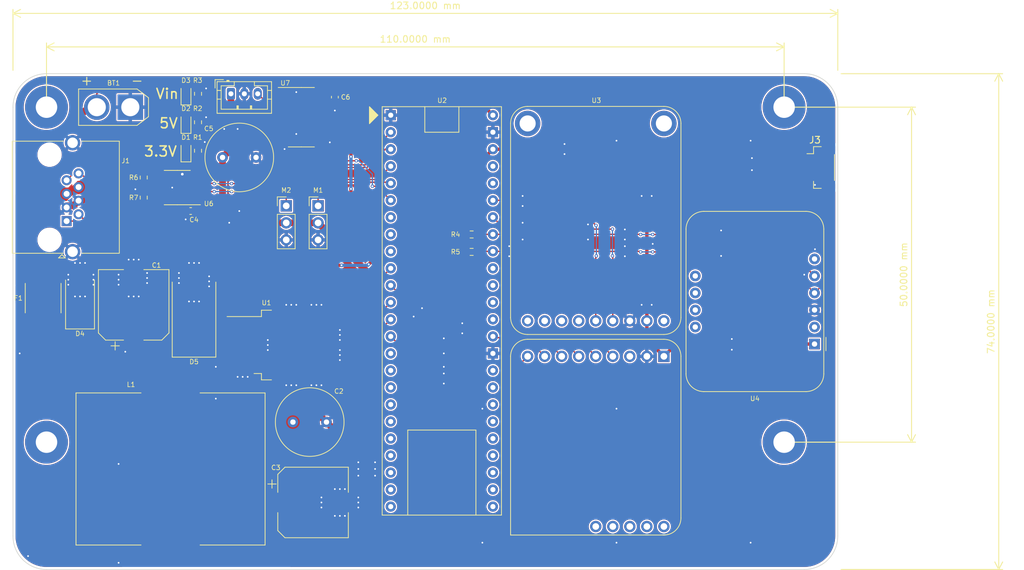
<source format=kicad_pcb>
(kicad_pcb (version 20211014) (generator pcbnew)
  (layers (0 "F.Cu" signal) (31 "B.Cu" signal) (34 "B.Paste" user) (35 "F.Paste" user) (36 "B.SilkS" user "B.Silkscreen") (37 "F.SilkS" user "F.Silkscreen") (38 "B.Mask" user) (39 "F.Mask" user) (44 "Edge.Cuts" user))
  (net 0 "")
  (net 1 "GND")
  (net 2 "+24V")
  (net 3 "Net-(C1-Pad1)")
  (net 4 "+5V")
  (net 5 "+3V3")
  (net 6 "Net-(D5-Pad1)")
  (net 7 "Net-(D2-Pad1)")
  (net 8 "Net-(D1-Pad1)")
  (net 9 "Net-(D3-Pad1)")
  (net 10 "/RX_P")
  (net 11 "/RX_N")
  (net 12 "/TX_N")
  (net 13 "/TX_P")
  (net 14 "Net-(J2-Pad3)")
  (net 15 "/SRV1_PWM")
  (net 16 "/SRV2_PWM")
  (net 17 "/SCL")
  (net 18 "/SDA")
  (net 19 "/COMP_TX")
  (net 20 "/COMP_RX")
  (net 21 "/ARGB_DATA")
  (net 25 "/COMMS_RST")
  (net 26 "/COMMS_G0")
  (net 27 "/COMMS_CS")
  (net 28 "/MOSI")
  (net 29 "/MISO")
  (net 31 "/SCK")
  (net 36 "/GPS_RX")
  (net 37 "/GPS_TX")
  (footprint "ASTRA_Footprints:Teensy4.1" (layer "F.Cu") (at 85.0625 98.385)
    (fp_text reference "U2")
    (fp_text value "Teensy_4.1")
  )
  (footprint "Capacitor_THT:C_Radial_D10.0mm_H12.5mm_P5.00mm" (layer "F.Cu") (at 61.25 45)
    (fp_text reference "C5")
    (fp_text value "1m")
  )
  (footprint "Package_SO:SOIC-8_3.9x4.9mm_P1.27mm" (layer "F.Cu") (at 54.5 49.5 180)
    (fp_text reference "U6")
    (fp_text value "MAX3488E")
  )
  (footprint "LED_SMD:LED_0603_1608Metric_Pad1.05x0.95mm_HandSolder" (layer "F.Cu") (at 55.8 39.75 90)
    (fp_text reference "D2")
    (fp_text value "G")
  )
  (footprint "LED_SMD:LED_0603_1608Metric_Pad1.05x0.95mm_HandSolder" (layer "F.Cu") (at 55.8 44 90)
    (fp_text reference "D1")
    (fp_text value "G")
  )
  (footprint "Package_TO_SOT_SMD:TO-263-5_TabPin3" (layer "F.Cu") (at 70 73)
    (fp_text reference "U1")
    (fp_text value "LM2576HVS-5")
  )
  (footprint "Capacitor_SMD:CP_Elec_10x10" (layer "F.Cu") (at 48 67 90)
    (fp_text reference "C1")
    (fp_text value "100u")
  )
  (footprint "Connector_PinHeader_2.54mm:PinHeader_1x03_P2.54mm_Vertical" (layer "F.Cu") (at 75.5 52.225)
    (fp_text reference "M1")
    (fp_text value "Motor_Servo")
  )
  (footprint "MountingHole:MountingHole_3.2mm_M3_Pad" (layer "F.Cu") (at 35 87.5)
    (fp_text reference "H1" hide)
    (fp_text value "MountingHole_Pad")
  )
  (footprint "Resistor_SMD:R_0603_1608Metric" (layer "F.Cu") (at 49.5 51 90)
    (fp_text reference "R7")
    (fp_text value "120")
  )
  (footprint "MountingHole:MountingHole_3.2mm_M3_Pad" (layer "F.Cu") (at 145 37.5)
    (fp_text reference "H2" hide)
    (fp_text value "MountingHole_Pad")
  )
  (footprint "Resistor_SMD:R_0603_1608Metric" (layer "F.Cu") (at 98.4 56.5)
    (fp_text reference "R4")
    (fp_text value "10k")
  )
  (footprint "ASTRA_Footprints:Adafruit_GPS_Breakout" (layer "F.Cu") (at 116.91 71.423)
    (fp_text reference "U3")
    (fp_text value "Adafruit_GPS_V3")
  )
  (footprint "Capacitor_THT:C_Radial_D10.0mm_H12.5mm_P5.00mm" (layer "F.Cu") (at 71.75 84.5)
    (fp_text reference "C2")
    (fp_text value "1m")
  )
  (footprint "Capacitor_SMD:C_0603_1608Metric" (layer "F.Cu") (at 56.5 53)
    (fp_text reference "C4")
    (fp_text value "100n")
  )
  (footprint "Fuse:Fuse_2920_7451Metric_Pad2.10x5.45mm_HandSolder" (layer "F.Cu") (at 34.5 66 90)
    (fp_text reference "F1")
    (fp_text value "Polyfuse")
  )
  (footprint "Connector_JST:JST_PH_B3B-PH-K_1x03_P2.00mm_Vertical" (layer "F.Cu") (at 62.5 35.5)
    (fp_text reference "J2" hide)
    (fp_text value "ARGB_Header")
  )
  (footprint "GS_Library:Adafruit_BNO055" (layer "F.Cu") (at 149.5325 66.5 180)
    (fp_text reference "U4")
    (fp_text value "BNO055_Adafruit_Breakout")
  )
  (footprint "Resistor_SMD:R_0603_1608Metric" (layer "F.Cu") (at 49.5 48 -90)
    (fp_text reference "R6")
    (fp_text value "120")
  )
  (footprint "Connector_JST:JST_SH_BM04B-SRSS-TB_1x04-1MP_P1.00mm_Vertical" (layer "F.Cu") (at 150.5 46.5 -90)
    (fp_text reference "J3")
    (fp_text value "QWIIC_Generic_Conn")
  )
  (footprint "Resistor_SMD:R_0603_1608Metric" (layer "F.Cu") (at 57.6 35.5 90)
    (fp_text reference "R3")
    (fp_text value "3.3k")
  )
  (footprint "Resistor_SMD:R_0603_1608Metric" (layer "F.Cu") (at 57.6 44 90)
    (fp_text reference "R1")
    (fp_text value "10")
  )
  (footprint "Connector_PinHeader_2.54mm:PinHeader_1x03_P2.54mm_Vertical" (layer "F.Cu") (at 70.75 52.225)
    (fp_text reference "M2")
    (fp_text value "Motor_Servo")
  )
  (footprint "Package_SO:SOIC-14_3.9x8.7mm_P1.27mm" (layer "F.Cu") (at 73 39)
    (fp_text reference "U7")
    (fp_text value "SN74AHCT125D")
  )
  (footprint "Connector_RJ:RJ45_Amphenol_RJHSE5380" (layer "F.Cu") (at 38 54.5 90)
    (fp_text reference "J1")
    (fp_text value "RJ45_Shielded_Labelled")
  )
  (footprint "Capacitor_SMD:CP_Elec_10x10" (layer "F.Cu") (at 74.75 96.5)
    (fp_text reference "C3")
    (fp_text value "100u")
  )
  (footprint "ASTRA_Footprints:Adafruit_RFM95W" (layer "F.Cu") (at 127.07 74.6875 -90)
    (fp_text reference "U5" hide)
    (fp_text value "RFM95W_Adafruit_Breakout")
  )
  (footprint "LED_SMD:LED_0603_1608Metric_Pad1.05x0.95mm_HandSolder" (layer "F.Cu") (at 55.8 35.5 90)
    (fp_text reference "D3")
    (fp_text value "G")
  )
  (footprint "Connector_AMASS:AMASS_XT30U-M_1x02_P5.0mm_Vertical" (layer "F.Cu") (at 47.5 37.5 180)
    (fp_text reference "BT1")
    (fp_text value "DNP")
  )
  (footprint "MountingHole:MountingHole_3.2mm_M3_Pad" (layer "F.Cu") (at 145 87.5)
    (fp_text reference "H4" hide)
    (fp_text value "MountingHole_Pad")
  )
  (footprint "MountingHole:MountingHole_3.2mm_M3_Pad" (layer "F.Cu") (at 35 37.5)
    (fp_text reference "H3" hide)
    (fp_text value "MountingHole_Pad")
  )
  (footprint "GS_Library:L_Wuerth_HCF-2920" (layer "F.Cu") (at 53.5 91.5 -90)
    (fp_text reference "L1")
    (fp_text value "L")
  )
  (footprint "Diode_SMD:D_SMB_Handsoldering" (layer "F.Cu") (at 40 66 90)
    (fp_text reference "D4")
    (fp_text value "D_Zener")
  )
  (footprint "Diode_SMD:D_SMC_Handsoldering" (layer "F.Cu") (at 57 68 90)
    (fp_text reference "D5")
    (fp_text value "D_Schottky")
  )
  (footprint "Resistor_SMD:R_0603_1608Metric" (layer "F.Cu") (at 57.6 39.75 90)
    (fp_text reference "R2")
    (fp_text value "180")
  )
  (footprint "Capacitor_SMD:C_0603_1608Metric" (layer "F.Cu") (at 78 36 90)
    (fp_text reference "C6")
    (fp_text value "100n")
  )
  (footprint "Resistor_SMD:R_0603_1608Metric" (layer "F.Cu") (at 98.4 59.1)
    (fp_text reference "R5")
    (fp_text value "10k")
  )
  (gr_arc (start 35 106.5) (mid 31.464466 105.035534) (end 30 101.5) (layer "Edge.Cuts") (width 0.1))
  (gr_arc (start 30 37.5) (mid 31.464466 33.964466) (end 35 32.5) (layer "Edge.Cuts") (width 0.1))
  (gr_arc (start 148 32.5) (mid 151.535534 33.964466) (end 153 37.5) (layer "Edge.Cuts") (width 0.1))
  (gr_arc (start 153 101.5) (mid 151.535534 105.035534) (end 148 106.5) (layer "Edge.Cuts") (width 0.1))
  (gr_line (start 35 32.5) (end 148 32.5) (layer "Edge.Cuts") (width 0.1))
  (gr_line (start 30 101.5) (end 30 37.5) (layer "Edge.Cuts") (width 0.1))
  (gr_line (start 153 37.5) (end 153 101.5) (layer "Edge.Cuts") (width 0.1))
  (gr_line (start 148 106.5) (end 35 106.5) (layer "Edge.Cuts") (width 0.1))
  (gr_text "5V" (at 53.2 39.9) (layer "F.SilkS") (effects (font (size 1.5 1.5) (thickness 0.225))))
  (gr_text "3.3V" (at 52 44.1) (layer "F.SilkS") (effects (font (size 1.5 1.5) (thickness 0.225))))
  (gr_text "Vin" (at 53 35.5) (layer "F.SilkS") (effects (font (size 1.5 1.5) (thickness 0.225))))
  (dimension (type aligned) (layer "F.SilkS") (pts (xy 145 37.5) (xy 35 37.5)) (height 8.999999) (gr_text "110.0000 mm" (at 90 27.350001) (layer "F.SilkS") (effects (font (size 1 1) (thickness 0.15)))) (format (units 3) (units_format 1) (precision 4)) (style (thickness 0.15) (arrow_length 1.27) (text_position_mode 0) (extension_height 0.58642) (extension_offset 0.5) keep_text_aligned))
  (dimension (type aligned) (layer "F.SilkS") (pts (xy 153 32.5) (xy 153 106.5)) (height -24) (gr_text "74.0000 mm" (at 175.85 69.5 90) (layer "F.SilkS") (effects (font (size 1 1) (thickness 0.15)))) (format (units 3) (units_format 1) (precision 4)) (style (thickness 0.15) (arrow_length 1.27) (text_position_mode 0) (extension_height 0.58642) (extension_offset 0.5) keep_text_aligned))
  (dimension (type aligned) (layer "F.SilkS") (pts (xy 145 37.5) (xy 145 87.5)) (height -19) (gr_text "50.0000 mm" (at 162.85 62.5 90) (layer "F.SilkS") (effects (font (size 1 1) (thickness 0.15)))) (format (units 3) (units_format 1) (precision 4)) (style (thickness 0.15) (arrow_length 1.27) (text_position_mode 0) (extension_height 0.58642) (extension_offset 0.5) keep_text_aligned))
  (dimension (type aligned) (layer "F.SilkS") (pts (xy 30 32.5) (xy 153 32.5)) (height -9) (gr_text "123.0000 mm" (at 91.5 22.35) (layer "F.SilkS") (effects (font (size 1 1) (thickness 0.15)))) (format (units 3) (units_format 1) (precision 4)) (style (thickness 0.15) (arrow_length 1.27) (text_position_mode 0) (extension_height 0.58642) (extension_offset 0.5) keep_text_aligned))
  (segment (start 39.78 51.452) (end 40.298 51.452) (width 1) (layer "F.Cu") (net 1))
  (segment (start 38.266 52.202) (end 38 52.468) (width 1) (layer "F.Cu") (net 1))
  (segment (start 78.75 86.5) (end 76.75 84.5) (width 1) (layer "F.Cu") (net 1))
  (segment (start 47.7 63.3) (end 48 63) (width 1) (layer "F.Cu") (net 1))
  (segment (start 73.375 73) (end 73.375 81.125) (width 1) (layer "F.Cu") (net 1))
  (segment (start 70.6 63.6) (end 73.375 66.375) (width 1) (layer "F.Cu") (net 1))
  (segment (start 73.375 81.125) (end 76.75 84.5) (width 1) (layer "F.Cu") (net 1))
  (segment (start 40.298 51.452) (end 40.75 51) (width 1) (layer "F.Cu") (net 1))
  (segment (start 78.75 96.5) (end 78.75 86.5) (width 1) (layer "F.Cu") (net 1))
  (segment (start 73.375 66.375) (end 73.375 73) (width 1) (layer "F.Cu") (net 1))
  (segment (start 57 63.6) (end 70.6 63.6) (width 1) (layer "F.Cu") (net 1))
  (segment (start 39.78 51.452) (end 39.03 52.202) (width 1) (layer "F.Cu") (net 1))
  (segment (start 39.03 52.202) (end 38.266 52.202) (width 1) (layer "F.Cu") (net 1))
  (segment (start 40 63.3) (end 47.7 63.3) (width 1) (layer "F.Cu") (net 1))
  (segment (start 56.4 63) (end 57 63.6) (width 1) (layer "F.Cu") (net 1))
  (segment (start 48 63) (end 56.4 63) (width 1) (layer "F.Cu") (net 1))
  (via (at 48.75 60.25) (size 0.508) (drill 0.254) (layers "F.Cu" "B.Cu") (net 1))
  (via (at 120 102.5) (size 0.508) (drill 0.254) (layers "F.Cu" "B.Cu") (net 1))
  (via (at 42 64) (size 0.508) (drill 0.254) (layers "F.Cu" "B.Cu") (net 1))
  (via (at 135.6 55.9) (size 0.508) (drill 0.254) (layers "F.Cu" "B.Cu") (net 1))
  (via (at 75.25 79) (size 0.508) (drill 0.254) (layers "F.Cu" "B.Cu") (net 1))
  (via (at 78.75 98.5) (size 0.508) (drill 0.254) (layers "F.Cu" "B.Cu") (net 1))
  (via (at 148 62.5) (size 0.508) (drill 0.254) (layers "F.Cu" "B.Cu") (net 1))
  (via (at 79.5 94.5) (size 0.508) (drill 0.254) (layers "F.Cu" "B.Cu") (net 1))
  (via (at 32.25 104.5) (size 0.508) (drill 0.254) (layers "F.Cu" "B.Cu") (net 1))
  (via (at 76 97.25) (size 0.508) (drill 0.254) (layers "F.Cu" "B.Cu") (net 1))
  (via (at 94.25 78.75) (size 0.508) (drill 0.254) (layers "F.Cu" "B.Cu") (net 1))
  (via (at 57.75 60.75) (size 0.508) (drill 0.254) (layers "F.Cu" "B.Cu") (net 1))
  (via (at 94.25 72) (size 0.508) (drill 0.254) (layers "F.Cu" "B.Cu") (net 1))
  (via (at 70.5 43.75) (size 0.508) (drill 0.254) (layers "F.Cu" "B.Cu") (net 1))
  (via (at 81.5 90.5) (size 0.508) (drill 0.254) (layers "F.Cu" "B.Cu") (net 1))
  (via (at 45.75 62.5) (size 0.508) (drill 0.254) (layers "F.Cu" "B.Cu") (net 1))
  (via (at 112.25 43) (size 0.508) (drill 0.254) (layers "F.Cu" "B.Cu") (net 1))
  (via (at 140 102.5) (size 0.508) (drill 0.254) (layers "F.Cu" "B.Cu") (net 1))
  (via (at 120 42.5) (size 0.508) (drill 0.254) (layers "F.Cu" "B.Cu") (net 1))
  (via (at 78.75 74.5) (size 0.508) (drill 0.254) (layers "F.Cu" "B.Cu") (net 1))
  (via (at 120 82.5) (size 0.508) (drill 0.254) (layers "F.Cu" "B.Cu") (net 1))
  (via (at 48 65.75) (size 0.508) (drill 0.254) (layers "F.Cu" "B.Cu") (net 1))
  (via (at 70.75 79) (size 0.508) (drill 0.254) (layers "F.Cu" "B.Cu") (net 1))
  (via (at 54.75 63) (size 0.508) (drill 0.254) (layers "F.Cu" "B.Cu") (net 1))
  (via (at 94.25 74.25) (size 0.508) (drill 0.254) (layers "F.Cu" "B.Cu") (net 1))
  (via (at 57.75 66.5) (size 0.508) (drill 0.254) (layers "F.Cu" "B.Cu") (net 1))
  (via (at 58.8 39) (size 0.508) (drill 0.254) (layers "F.Cu" "B.Cu") (net 1))
  (via (at 68 73.75) (size 0.508) (drill 0.254) (layers "F.Cu" "B.Cu") (net 1))
  (via (at 106 50.75) (size 0.508) (drill 0.254) (layers "F.Cu" "B.Cu") (net 1))
  (via (at 56.25 60.75) (size 0.508) (drill 0.254) (layers "F.Cu" "B.Cu") (net 1))
  (via (at 48.25 49.75) (size 0.508) (drill 0.254) (layers "F.Cu" "B.Cu") (net 1))
  (via (at 121.25 55.75) (size 0.508) (drill 0.254) (layers "F.Cu" "B.Cu") (net 1))
  (via (at 31 74.25) (size 0.508) (drill 0.254) (layers "F.Cu" "B.Cu") (net 1))
  (via (at 137.2 73.7) (size 0.508) (drill 0.254) (layers "F.Cu" "B.Cu") (net 1))
  (via (at 81.5 96.5) (size 0.508) (drill 0.254) (layers "F.Cu" "B.Cu") (net 1))
  (via (at 71.5 79) (size 0.508) (drill 0.254) (layers "F.Cu" "B.Cu") (net 1))
  (via (at 135.6 59.7) (size 0.508) (drill 0.254) (layers "F.Cu" "B.Cu") (net 1))
  (via (at 47.25 65.75) (size 0.508) (drill 0.254) (layers "F.Cu" "B.Cu") (net 1))
  (via (at 115.75 57.25) (size 0.508) (drill 0.254) (layers "F.Cu" "B.Cu") (net 1))
  (via (at 84 92.5) (size 0.508) (drill 0.254) (layers "F.Cu" "B.Cu") (net 1))
  (via (at 55.75 54.25) (size 0.508) (drill 0.254) (layers "F.Cu" "B.Cu") (net 1))
  (via (at 45.75 64) (size 0.508) (drill 0.254) (layers "F.Cu" "B.Cu") (net 1))
  (via (at 140 42.5) (size 0.508) (drill 0.254) (layers "F.Cu" "B.Cu") (net 1))
  (via (at 42 63.25) (size 0.508) (drill 0.254) (layers "F.Cu" "B.Cu") (net 1))
  (via (at 54.75 62.25) (size 0.508) (drill 0.254) (layers "F.Cu" "B.Cu") (net 1))
  (via (at 40 60.75) (size 0.508) (drill 0.254) (layers "F.Cu" "B.Cu") (net 1))
  (via (at 62.25 54.75) (size 0.508) (drill 0.254) (layers "F.Cu" "B.Cu") (net 1))
  (via (at 106 57.25) (size 0.508) (drill 0.254) (layers "F.Cu" "B.Cu") (net 1))
  (via (at 47.25 60.25) (size 0.508) (drill 0.254) (layers "F.Cu" "B.Cu") (net 1))
  (via (at 39.25 65.75) (size 0.508) (drill 0.254) (layers "F.Cu" "B.Cu") (net 1))
  (via (at 84 90.5) (size 0.508) (drill 0.254) (layers "F.Cu" "B.Cu") (net 1))
  (via (at 79.5 98.5) (size 0.508) (drill 0.254) (layers "F.Cu" "B.Cu") (net 1))
  (via (at 149.6 49.1) (size 0.508) (drill 0.254) (layers "F.Cu" "B.Cu") (net 1))
  (via (at 78 94.5) (size 0.508) (drill 0.254) (layers "F.Cu" "B.Cu") (net 1))
  (via (at 59.25 62.75) (size 0.508) (drill 0.254) (layers "F.Cu" "B.Cu") (net 1))
  (via (at 104 59.75) (size 0.508) (drill 0.254) (layers "F.Cu" "B.Cu") (net 1))
  (via (at 50 62.25) (size 0.508) (drill 0.254) (layers "F.Cu" "B.Cu") (net 1))
  (via (at 75.25 67) (size 0.508) (drill 0.254) (layers "F.Cu" "B.Cu") (net 1))
  (via (at 84 91.5) (size 0.508) (drill 0.254) (layers "F.Cu" "B.Cu") (net 1))
  (via (at 60.25 76.25) (size 0.508) (drill 0.254) (layers "F.Cu" "B.Cu") (net 1))
  (via (at 40.75 60.75) (size 0.508) (drill 0.254) (layers "F.Cu" "B.Cu") (net 1))
  (via (at 63.75 53) (size 0.508) (drill 0.254) (layers "F.Cu" "B.Cu") (net 1))
  (via (at 63.5 77.75) (size 0.508) (drill 0.254) (layers "F.Cu" "B.Cu") (net 1))
  (via (at 94.25 77.25) (size 0.508) (drill 0.254) (layers "F.Cu" "B.Cu") (net 1))
  (via (at 50 63) (size 0.508) (drill 0.254) (layers "F.Cu" "B.Cu") (net 1))
  (via (at 38.25 62.5) (size 0.508) (drill 0.254) (layers "F.Cu" "B.Cu") (net 1))
  (via (at 100 82.5) (size 0.508) (drill 0.254) (layers "F.Cu" "B.Cu") (net 1))
  (via (at 74.5 67) (size 0.508) (drill 0.254) (layers "F.Cu" "B.Cu") (net 1))
  (via (at 78.75 94.5) (size 0.508) (drill 0.254) (layers "F.Cu" "B.Cu") (net 1))
  (via (at 140.2 45.1) (size 0.508) (drill 0.254) (layers "F.Cu" "B.Cu") (net 1))
  (via (at 100 102.5) (size 0.508) (drill 0.254) (layers "F.Cu" "B.Cu") (net 1))
  (via (at 125.25 67) (size 0.508) (drill 0.254) (layers "F.Cu" "B.Cu") (net 1))
  (via (at 71.5 67) (size 0.508) (drill 0.254) (layers "F.Cu" "B.Cu") (net 1))
  (via (at 45.75 63.25) (size 0.508) (drill 0.254) (layers "F.Cu" "B.Cu") (net 1))
  (via (at 78.75 70.75) (size 0.508) (drill 0.254) (layers "F.Cu" "B.Cu") (net 1))
  (via (at 38.25 63.25) (size 0.508) (drill 0.254) (layers "F.Cu" "B.Cu") (net 1))
  (via (at 55.25 47.5) (size 0.8) (drill 0.4) (layers "F.Cu" "B.Cu") (net 1))
  (via (at 78.75 72.25) (size 0.508) (drill 0.254) (layers "F.Cu" "B.Cu") (net 1))
  (via (at 76 95.75) (size 0.508) (drill 0.254) (layers "F.Cu" "B.Cu") (net 1))
  (via (at 78 98.5) (size 0.508) (drill 0.254) (layers "F.Cu" "B.Cu") (net 1))
  (via (at 40 65.75) (size 0.508) (drill 0.254) (layers "F.Cu" "B.Cu") (net 1))
  (via (at 48 60.25) (size 0.508) (drill 0.254) (layers "F.Cu" "B.Cu") (net 1))
  (via (at 78.75 71.5) (size 0.508) (drill 0.254) (layers "F.Cu" "B.Cu") (net 1))
  (via (at 76 79) (size 0.508) (drill 0.254) (layers "F.Cu" "B.Cu") (net 1))
  (via (at 57 66.5) (size 0.508) (drill 0.254) (layers "F.Cu" "B.Cu") (net 1))
  (via (at 89.75 68.75) (size 0.508) (drill 0.254) (layers "F.Cu" "B.Cu") (net 1))
  (via (at 65 77.75) (size 0.508) (drill 0.254) (layers "F.Cu" "B.Cu") (net 1))
  (via (at 39.25 60.75) (size 0.508) (drill 0.254) (layers "F.Cu" "B.Cu") (net 1))
  (via (at 48.75 65.75) (size 0.508) (drill 0.254) (layers "F.Cu" "B.Cu") (net 1))
  (via (at 106 52.25) (size 0.508) (drill 0.254) (layers "F.Cu" "B.Cu") (net 1))
  (via (at 81.5 97.25) (size 0.508) (drill 0.254) (layers "F.Cu" "B.Cu") (net 1))
  (via (at 58.6 42.7) (size 0.508) (drill 0.254) (layers "F.Cu" "B.Cu") (net 1))
  (via (at 57 60.75) (size 0.508) (drill 0.254) (layers "F.Cu" "B.Cu") (net 1))
  (via (at 125.25 50.75) (size 0.508) (drill 0.254) (layers "F.Cu" "B.Cu") (net 1))
  (via (at 64.25 77.75) (size 0.508) (drill 0.254) (layers "F.Cu" "B.Cu") (net 1))
  (via (at 45.75 105.5) (size 0.508) (drill 0.254) (layers "F.Cu" "B.Cu") (net 1))
  (via (at 121.25 58.25) (size 0.508) (drill 0.254) (layers "F.Cu" "B.Cu") (net 1))
  (via (at 123.75 50.75) (size 0.508) (drill 0.254) (layers "F.Cu" "B.Cu") (net 1))
  (via (at 60.25 81) (size 0.508) (drill 0.254) (layers "F.Cu" "B.Cu") (net 1))
  (via (at 38.25 64) (size 0.508) (drill 0.254) (layers "F.Cu" "B.Cu") (net 1))
  (via (at 63.5 40.75) (size 0.508) (drill 0.254) (layers "F.Cu" "B.Cu") (net 1))
  (via (at 70.75 67) (size 0.508) (drill 0.254) (layers "F.Cu" "B.Cu") (net 1))
  (via (at 77.25 42.75) (size 0.508) (drill 0.254) (layers "F.Cu" "B.Cu") (net 1))
  (via (at 104 58.25) (size 0.508) (drill 0.254) (layers "F.Cu" "B.Cu") (net 1))
  (via (at 59.25 64.25) (size 0.508) (drill 0.254) (layers "F.Cu" "B.Cu") (net 1))
  (via (at 72.25 67) (size 0.508) (drill 0.254) (layers "F.Cu" "B.Cu") (net 1))
  (via (at 97 69.75) (size 0.508) (drill 0.254) (layers "F.Cu" "B.Cu") (net 1))
  (via (at 53.75 49.5) (size 0.508) (drill 0.254) (layers "F.Cu" "B.Cu") (net 1))
  (via (at 59.25 63.5) (size 0.508) (drill 0.254) (layers "F.Cu" "B.Cu") (net 1))
  (via (at 74.5 79) (size 0.508) (drill 0.254) (layers "F.Cu" "B.Cu") (net 1))
  (via (at 149.6 58.7) (size 0.508) (drill 0.254) (layers "F.Cu" "B.Cu") (net 1))
  (via (at 78.75 75.25) (size 0.508) (drill 0.254) (layers "F.Cu" "B.Cu") (net 1))
  (via (at 112.25 44.5) (size 0.508) (drill 0.254) (layers "F.Cu" "B.Cu") (net 1))
  (via (at 115.75 55) (size 0.508) (drill 0.254) (layers "F.Cu" "B.Cu") (net 1))
  (via (at 81.5 95.75) (size 0.508) (drill 0.254) (layers "F.Cu" "B.Cu") (net 1))
  (via (at 50 63.75) (size 0.508) (drill 0.254) (layers "F.Cu" "B.Cu") (net 1))
  (via (at 137.2 72.1) (size 0.508) (drill 0.254) (layers "F.Cu" "B.Cu") (net 1))
  (via (at 61.5 40.75) (size 0.508) (drill 0.254) (layers "F.Cu" "B.Cu") (net 1))
  (via (at 46.75 74) (size 0.508) (drill 0.254) (layers "F.Cu" "B.Cu") (net 1))
  (via (at 72.25 79) (size 0.508) (drill 0.254) (layers "F.Cu" "B.Cu") (net 1))
  (via (at 76 96.5) (size 0.508) (drill 0.254) (layers "F.Cu" "B.Cu") (net 1))
  (via (at 91 67.5) (size 0.508) (drill 0.254) (layers "F.Cu" "B.Cu") (net 1))
  (via (at 72.25 41.5) (size 0.508) (drill 0.254) (layers "F.Cu" "B.Cu") (net 1))
  (via (at 68 73) (size 0.508) (drill 0.254) (layers "F.Cu" "B.Cu") (net 1))
  (via (at 81.5 92.5) (size 0.508) (drill 0.254) (layers "F.Cu" "B.Cu") (net 1))
  (via (at 106 54.75) (size 0.508) (drill 0.254) (layers "F.Cu" "B.Cu") (net 1))
  (via (at 97 71.25) (size 0.508) (drill 0.254) (layers "F.Cu" "B.Cu") (net 1))
  (via (at 42 62.5) (size 0.508) (drill 0.254) (layers "F.Cu" "B.Cu") (net 1))
  (via (at 58.8 34.7) (size 0.508) (drill 0.254) (layers "F.Cu" "B.Cu") (net 1))
  (via (at 72.25 35.25) (size 0.508) (drill 0.254) (layers "F.Cu" "B.Cu") (net 1))
  (via (at 121.25 59.75) (size 0.508) (drill 0.254) (layers "F.Cu" "B.Cu") (net 1))
  (via (at 140.2 46.9) (size 0.508) (drill 0.254) (layers "F.Cu" "B.Cu") (net 1))
  (via (at 40.75 65.75) (size 0.508) (drill 0.254) (layers "F.Cu" "B.Cu") (net 1))
  (via (at 78 38) (size 0.508) (drill 0.254) (layers "F.Cu" "B.Cu") (net 1))
  (via (at 121.25 57.25) (size 0.508) (drill 0.254) (layers "F.Cu" "B.Cu") (net 1))
  (via (at 125.4 57.9) (size 0.508) (drill 0.254) (layers "F.Cu" "B.Cu") (net 1))
  (via (at 45.75 90.75) (size 0.508) (drill 0.254) (layers "F.Cu" "B.Cu") (net 1))
  (via (at 54.75 63.75) (size 0.508) (drill 0.254) (layers "F.Cu" "B.Cu") (net 1))
  (via (at 94.25 76.25) (size 0.508) (drill 0.254) (layers "F.Cu" "B.Cu") (net 1))
  (via (at 123.75 67) (size 0.508) (drill 0.254) (layers "F.Cu" "B.Cu") (net 1))
  (via (at 68 72.25) (size 0.508) (drill 0.254) (layers "F.Cu" "B.Cu") (net 1))
  (via (at 56.25 66.5) (size 0.508) (drill 0.254) (layers "F.Cu" "B.Cu") (net 1))
  (via (at 76 67) (size 0.508) (drill 0.254) (layers "F.Cu" "B.Cu") (net 1))
  (via (at 78.75 73.75) (size 0.508) (drill 0.254) (layers "F.Cu" "B.Cu") (net 1))
  (via (at 81.5 91.5) (size 0.508) (drill 0.254) (layers "F.Cu" "B.Cu") (net 1))
  (segment (start 31.25 50.5) (end 31.314 50.436) (width 1) (layer "F.Cu") (net 2))
  (segment (start 38.266 50.17) (end 38 50.436) (width 1) (layer "F.Cu") (net 2))
  (segment (start 31.314 50.436) (end 38 50.436) (width 1) (layer "F.Cu") (net 2))
  (segment (start 42.5 35.5) (end 42.5 37.5) (width 0.2) (layer "F.Cu") (net 2))
  (segment (start 31.25 44.539973) (end 31.25 50.5) (width 1) (layer "F.Cu") (net 2))
  (segment (start 43.375 34.625) (end 42.5 35.5) (width 0.2) (layer "F.Cu") (net 2))
  (segment (start 33.789973 42) (end 31.25 44.539973) (width 1) (layer "F.Cu") (net 2))
  (segment (start 55.8 34.625) (end 43.375 34.625) (width 0.2) (layer "F.Cu") (net 2))
  (segment (start 41.292197 37.5) (end 36.792197 42) (width 1) (layer "F.Cu") (net 2))
  (segment (start 36.792197 42) (end 33.789973 42) (width 1) (layer "F.Cu") (net 2))
  (segment (start 42.5 37.5) (end 41.292197 37.5) (width 1) (layer "F.Cu") (net 2))
  (segment (start 39.03 50.17) (end 38.266 50.17) (width 1) (layer "F.Cu") (net 2))
  (segment (start 39.78 49.42) (end 39.03 50.17) (width 1) (layer "F.Cu") (net 2))
  (segment (start 62.4 37.7) (end 62.5 37.8) (width 0.2) (layer "F.Cu") (net 4))
  (segment (start 70.75 54.765) (end 63.865 54.765) (width 1) (layer "F.Cu") (net 4))
  (segment (start 64.225 74.7) (end 61.8 74.7) (width 0.2) (layer "F.Cu") (net 4))
  (segment (start 62.5 43.75) (end 61.25 45) (width 1) (layer "F.Cu") (net 4))
  (segment (start 61 82.5) (end 63 84.5) (width 0.2) (layer "F.Cu") (net 4))
  (segment (start 80.4 36.5) (end 99.3775 36.5) (width 0.5) (layer "F.Cu") (net 4))
  (segment (start 75.5 54.765) (end 70.75 54.765) (width 1) (layer "F.Cu") (net 4))
  (segment (start 63 84.5) (end 71.75 84.5) (width 0.2) (layer "F.Cu") (net 4))
  (segment (start 63.865 54.765) (end 61.25 52.15) (width 1) (layer "F.Cu") (net 4))
  (segment (start 75.475 35.19) (end 77.965 35.19) (width 0.5) (layer "F.Cu") (net 4))
  (segment (start 55.8 38.875) (end 56.975 37.7) (width 0.2) (layer "F.Cu") (net 4))
  (segment (start 80.4 44.9) (end 80.4 36.5) (width 0.5) (layer "F.Cu") (net 4))
  (segment (start 79.125 35.225) (end 78 35.225) (width 0.5) (layer "F.Cu") (net 4))
  (segment (start 79.75 103.5) (end 82.75 100.5) (width 1) (layer "F.Cu") (net 4))
  (segment (start 62.5 37.8) (end 62.5 43.75) (width 1) (layer "F.Cu") (net 4))
  (segment (start 77.965 35.19) (end 78 35.225) (width 0.5) (layer "F.Cu") (net 4))
  (segment (start 73 103.5) (end 79.75 103.5) (width 1) (layer "F.Cu") (net 4))
  (segment (start 62.5 35.5) (end 62.5 37.8) (width 1) (layer "F.Cu") (net 4))
  (segment (start 61 75.5) (end 61 82.5) (width 0.2) (layer "F.Cu") (net 4))
  (segment (start 56.975 37.7) (end 62.4 37.7) (width 0.2) (layer "F.Cu") (net 4))
  (segment (start 82.75 100.5) (end 82.75 62.015) (width 1) (layer "F.Cu") (net 4))
  (segment (start 70.75 96.5) (end 70.75 101.25) (width 1) (layer "F.Cu") (net 4))
  (segment (start 80.4 59.665) (end 80.4 49.7) (width 0.5) (layer "F.Cu") (net 4))
  (segment (start 99.3775 36.5) (end 101.5725 38.695) (width 0.5) (layer "F.Cu") (net 4))
  (segment (start 70.75 101.25) (end 73 103.5) (width 1) (layer "F.Cu") (net 4))
  (segment (start 61.8 74.7) (end 61 75.5) (width 0.2) (layer "F.Cu") (net 4))
  (segment (start 80.4 36.5) (end 79.125 35.225) (width 0.5) (layer "F.Cu") (net 4))
  (segment (start 61.25 52.15) (end 61.25 45) (width 1) (layer "F.Cu") (net 4))
  (segment (start 80.4 59.665) (end 75.5 54.765) (width 1) (layer "F.Cu") (net 4))
  (segment (start 82.75 62.015) (end 80.4 59.665) (width 1) (layer "F.Cu") (net 4))
  (via (at 80.4 49.7) (size 0.508) (drill 0.254) (layers "F.Cu" "B.Cu") (net 4))
  (via (at 80.4 44.9) (size 0.508) (drill 0.254) (layers "F.Cu" "B.Cu") (net 4))
  (segment (start 80.4 49.7) (end 80.4 44.9) (width 0.5) (layer "B.Cu") (net 4))
  (segment (start 57.275 51.705) (end 56.975 51.405) (width 0.5) (layer "F.Cu") (net 5))
  (segment (start 54.6 44.3) (end 54.5 44.4) (width 0.2) (layer "F.Cu") (net 5))
  (segment (start 128.9075 72.85) (end 127.07 74.6875) (width 0.5) (layer "F.Cu") (net 5))
  (segment (start 149.175 46) (end 125.5 46) (width 0.5) (layer "F.Cu") (net 5))
  (segment (start 97.575 56.5) (end 97.575 59.1) (width 0.5) (layer "F.Cu") (net 5))
  (segment (start 124.53 45.03) (end 123.275 43.775) (width 0.5) (layer "F.Cu") (net 5))
  (segment (start 54.5 50.75) (end 55.155 51.405) (width 0.2) (layer "F.Cu") (net 5))
  (segment (start 101.5725 43.775) (end 97.575 47.7725) (width 0.5) (layer "F.Cu") (net 5))
  (segment (start 123.275 43.775) (end 101.5725 43.775) (width 0.5) (layer "F.Cu") (net 5))
  (segment (start 55.8 43.125) (end 54.625 44.3) (width 0.2) (layer "F.Cu") (net 5))
  (segment (start 54.5 44.4) (end 54.5 50.75) (width 0.2) (layer "F.Cu") (net 5))
  (segment (start 96.331511 60.343489) (end 83.665207 60.343489) (width 0.5) (layer "F.Cu") (net 5))
  (segment (start 57.275 53) (end 65.375 61.1) (width 0.5) (layer "F.Cu") (net 5))
  (segment (start 124.53 69.391) (end 124.53 45.03) (width 0.5) (layer "F.Cu") (net 5))
  (segment (start 65.375 61.1) (end 79 61.1) (width 0.5) (layer "F.Cu") (net 5))
  (segment (start 57.275 53) (end 57.275 51.705) (width 0.5) (layer "F.Cu") (net 5))
  (segment (start 149.5325 72.85) (end 128.9075 72.85) (width 0.5) (layer "F.Cu") (net 5))
  (segment (start 125.5 46) (end 124.53 45.03) (width 0.5) (layer "F.Cu") (net 5))
  (segment (start 124.53 69.391) (end 124.53 72.1475) (width 0.5) (layer "F.Cu") (net 5))
  (segment (start 55.155 51.405) (end 56.975 51.405) (width 0.2) (layer "F.Cu") (net 5))
  (segment (start 83.665207 60.343489) (end 83.046075 60.962621) (width 0.5) (layer "F.Cu") (net 5))
  (segment (start 54.625 44.3) (end 54.6 44.3) (width 0.2) (layer "F.Cu") (net 5))
  (segment (start 97.575 47.7725) (end 97.575 56.5) (width 0.5) (layer "F.Cu") (net 5))
  (segment (start 97.575 59.1) (end 96.331511 60.343489) (width 0.5) (layer "F.Cu") (net 5))
  (segment (start 124.53 72.1475) (end 127.07 74.6875) (width 0.5) (layer "F.Cu") (net 5))
  (via (at 79 61.1) (size 0.508) (drill 0.254) (layers "F.Cu" "B.Cu") (net 5))
  (via (at 83.046075 60.962621) (size 0.508) (drill 0.254) (layers "F.Cu" "B.Cu") (net 5))
  (segment (start 82.908696 61.1) (end 83.046075 60.962621) (width 0.5) (layer "B.Cu") (net 5))
  (segment (start 79 61.1) (end 82.908696 61.1) (width 0.5) (layer "B.Cu") (net 5))
  (segment (start 55.8 40.625) (end 57.55 40.625) (width 0.2) (layer "F.Cu") (net 7))
  (segment (start 57.55 40.625) (end 57.6 40.575) (width 0.2) (layer "F.Cu") (net 7))
  (segment (start 57.55 44.875) (end 57.6 44.825) (width 0.2) (layer "F.Cu") (net 8))
  (segment (start 55.8 44.875) (end 57.55 44.875) (width 0.2) (layer "F.Cu") (net 8))
  (segment (start 57.55 36.375) (end 57.6 36.325) (width 0.2) (layer "F.Cu") (net 9))
  (segment (start 55.8 36.375) (end 57.55 36.375) (width 0.2) (layer "F.Cu") (net 9))
  (segment (start 39.345277 54.533511) (end 40.214723 54.533511) (width 0.2) (layer "F.Cu") (net 10))
  (segment (start 43.463478 51.819362) (end 44.082844 51.2) (width 0.2) (layer "F.Cu") (net 10))
  (segment (start 49.92 51.405) (end 49.5 51.825) (width 0.2) (layer "F.Cu") (net 10))
  (segment (start 40.248234 54.5) (end 40.782844 54.5) (width 0.2) (layer "F.Cu") (net 10))
  (segment (start 41.766425 52.102208) (end 41.766423 52.102209) (width 0.2) (layer "F.Cu") (net 10))
  (segment (start 48.875 51.2) (end 49.5 51.825) (width 0.2) (layer "F.Cu") (net 10))
  (segment (start 40.782844 54.5) (end 41.766422 53.516422) (width 0.2) (layer "F.Cu") (net 10))
  (segment (start 43.746321 52.385047) (end 43.746321 52.385048) (width 0.2) (layer "F.Cu") (net 10))
  (segment (start 41.766422 52.667894) (end 41.48358 52.385052) (width 0.2) (layer "F.Cu") (net 10))
  (segment (start 41.483579 52.102209) (end 41.483581 52.102208) (width 0.2) (layer "F.Cu") (net 10))
  (segment (start 52.025 51.405) (end 49.92 51.405) (width 0.2) (layer "F.Cu") (net 10))
  (segment (start 38 54.5) (end 39.311766 54.5) (width 0.2) (layer "F.Cu") (net 10))
  (segment (start 44.082844 51.2) (end 48.875 51.2) (width 0.2) (layer "F.Cu") (net 10))
  (segment (start 43.463477 51.819362) (end 43.463478 51.819362) (width 0.2) (layer "F.Cu") (net 10))
  (segment (start 39.311766 54.5) (end 39.345277 54.533511) (width 0.2) (layer "F.Cu") (net 10))
  (segment (start 41.766423 52.102209) (end 42.897793 53.233577) (width 0.2) (layer "F.Cu") (net 10))
  (segment (start 40.214723 54.533511) (end 40.248234 54.5) (width 0.2) (layer "F.Cu") (net 10))
  (segment (start 43.746321 52.385048) (end 43.463478 52.102205) (width 0.2) (layer "F.Cu") (net 10))
  (arc (start 41.483581 52.102208) (mid 41.625002 52.04363) (end 41.766425 52.102208) (width 0.2) (layer "F.Cu") (net 10))
  (arc (start 43.746321 53.233577) (mid 43.922057 52.809312) (end 43.746321 52.385047) (width 0.2) (layer "F.Cu") (net 10))
  (arc (start 42.897793 53.233577) (mid 43.322057 53.409313) (end 43.746321 53.233577) (width 0.2) (layer "F.Cu") (net 10))
  (arc (start 41.48358 52.385052) (mid 41.425001 52.243631) (end 41.483579 52.102209) (width 0.2) (layer "F.Cu") (net 10))
  (arc (start 41.766422 53.516422) (mid 41.942158 53.092158) (end 41.766422 52.667894) (width 0.2) (layer "F.Cu") (net 10))
  (arc (start 43.463478 52.102205) (mid 43.404899 51.960784) (end 43.463477 51.819362) (width 0.2) (layer "F.Cu") (net 10))
  (segment (start 44.437826 50.8) (end 43.917156 50.8) (width 0.2) (layer "F.Cu") (net 11))
  (segment (start 43.180635 52.950735) (end 42.049266 51.819366) (width 0.2) (layer "F.Cu") (net 11))
  (segment (start 47.75 50.5) (end 47.75 50.454325) (width 0.2) (layer "F.Cu") (net 11))
  (segment (start 49.5 50.175) (end 48.875 50.8) (width 0.2) (layer "F.Cu") (net 11))
  (segment (start 46.55 50.5) (end 46.55 50.454325) (width 0.2) (layer "F.Cu") (net 11))
  (segment (start 45.65 50.8) (end 44.437826 50.8) (width 0.2) (layer "F.Cu") (net 11))
  (segment (start 45.95 50.454325) (end 45.95 50.5) (width 0.2) (layer "F.Cu") (net 11))
  (segment (start 49.54 50.135) (end 49.5 50.175) (width 0.2) (layer "F.Cu") (net 11))
  (segment (start 43.463478 52.667892) (end 43.463478 52.667891) (width 0.2) (layer "F.Cu") (net 11))
  (segment (start 41.200738 52.667893) (end 41.48358 52.950735) (width 0.2) (layer "F.Cu") (net 11))
  (segment (start 42.049266 51.819366) (end 42.049268 51.819365) (width 0.2) (layer "F.Cu") (net 11))
  (segment (start 52.025 50.135) (end 49.54 50.135) (width 0.2) (layer "F.Cu") (net 11))
  (segment (start 40.617156 54.1) (end 40.396 54.1) (width 0.2) (layer "F.Cu") (net 11))
  (segment (start 41.48358 52.950735) (end 41.483579 52.950737) (width 0.2) (layer "F.Cu") (net 11))
  (segment (start 41.483579 53.233579) (end 40.617156 54.1) (width 0.2) (layer "F.Cu") (net 11))
  (segment (start 40.396 54.1) (end 39.78 53.484) (width 0.2) (layer "F.Cu") (net 11))
  (segment (start 43.917156 50.8) (end 43.180635 51.536521) (width 0.2) (layer "F.Cu") (net 11))
  (segment (start 47.15 50.454325) (end 47.15 50.5) (width 0.2) (layer "F.Cu") (net 11))
  (segment (start 43.180635 52.385049) (end 43.463478 52.667892) (width 0.2) (layer "F.Cu") (net 11))
  (segment (start 48.875 50.8) (end 48.05 50.8) (width 0.2) (layer "F.Cu") (net 11))
  (segment (start 43.463478 52.950735) (end 43.463479 52.950735) (width 0.2) (layer "F.Cu") (net 11))
  (arc (start 45.95 50.5) (mid 45.862132 50.712132) (end 45.65 50.8) (width 0.2) (layer "F.Cu") (net 11))
  (arc (start 46.25 50.154325) (mid 46.037868 50.242193) (end 45.95 50.454325) (width 0.2) (layer "F.Cu") (net 11))
  (arc (start 46.55 50.454325) (mid 46.462132 50.242193) (end 46.25 50.154325) (width 0.2) (layer "F.Cu") (net 11))
  (arc (start 47.45 50.154325) (mid 47.237868 50.242193) (end 47.15 50.454325) (width 0.2) (layer "F.Cu") (net 11))
  (arc (start 42.049268 51.819365) (mid 41.625002 51.64363) (end 41.200738 51.819365) (width 0.2) (layer "F.Cu") (net 11))
  (arc (start 46.85 50.8) (mid 46.637868 50.712132) (end 46.55 50.5) (width 0.2) (layer "F.Cu") (net 11))
  (arc (start 43.463479 52.950735) (mid 43.322057 53.009314) (end 43.180635 52.950735) (width 0.2) (layer "F.Cu") (net 11))
  (arc (start 41.483579 52.950737) (mid 41.542158 53.092157) (end 41.483579 53.233579) (width 0.2) (layer "F.Cu") (net 11))
  (arc (start 48.05 50.8) (mid 47.837868 50.712132) (end 47.75 50.5) (width 0.2) (layer "F.Cu") (net 11))
  (arc (start 41.200738 51.819365) (mid 41.025002 52.243629) (end 41.200738 52.667893) (width 0.2) (layer "F.Cu") (net 11))
  (arc (start 43.180635 51.536521) (mid 43.004899 51.960785) (end 43.180635 52.385049) (width 0.2) (layer "F.Cu") (net 11))
  (arc (start 47.15 50.5) (mid 47.062132 50.712132) (end 46.85 50.8) (width 0.2) (layer "F.Cu") (net 11))
  (arc (start 43.463478 52.667891) (mid 43.522057 52.809313) (end 43.463478 52.950735) (width 0.2) (layer "F.Cu") (net 11))
  (arc (start 47.75 50.454325) (mid 47.662132 50.242193) (end 47.45 50.154325) (width 0.2) (layer "F.Cu") (net 11))
  (segment (start 44.45 48.2) (end 44.8 48.2) (width 0.2) (layer "F.Cu") (net 12))
  (segment (start 40.921794 48.2) (end 42.05 48.2) (width 0.2) (layer "F.Cu") (net 12))
  (segment (start 42.25 48.4) (end 42.25 48.697092) (width 0.2) (layer "F.Cu") (net 12))
  (segment (start 48.1 48.72184) (end 48.1 48.5) (width 0.2) (layer "F.Cu") (net 12))
  (segment (start 48.875 48.2) (end 49.5 48.825) (width 0.2) (layer "F.Cu") (net 12))
  (segment (start 43.45 48.4) (end 43.45 47.302908) (width 0.2) (layer "F.Cu") (net 12))
  (segment (start 46.9 48.72184) (end 46.9 48.5) (width 0.2) (layer "F.Cu") (net 12))
  (segment (start 45.7 48.72184) (end 45.7 48.5) (width 0.2) (layer "F.Cu") (net 12))
  (segment (start 46.3 48.5) (end 46.3 48.72184) (width 0.2) (layer "F.Cu") (net 12))
  (segment (start 48.4 48.2) (end 48.45 48.2) (width 0.2) (layer "F.Cu") (net 12))
  (segment (start 39.78 47.189686) (end 39.84574 47.123946) (width 0.2) (layer "F.Cu") (net 12))
  (segment (start 48.45 48.2) (end 48.875 48.2) (width 0.2) (layer "F.Cu") (net 12))
  (segment (start 49.54 48.865) (end 49.5 48.825) (width 0.2) (layer "F.Cu") (net 12))
  (segment (start 47.5 48.5) (end 47.5 48.72184) (width 0.2) (layer "F.Cu") (net 12))
  (segment (start 52.025 48.865) (end 49.54 48.865) (width 0.2) (layer "F.Cu") (net 12))
  (segment (start 39.84574 47.123946) (end 40.921794 48.2) (width 0.2) (layer "F.Cu") (net 12))
  (segment (start 45.1 48.5) (end 45.1 48.72184) (width 0.2) (layer "F.Cu") (net 12))
  (segment (start 39.78 47.388) (end 39.78 47.189686) (width 0.2) (layer "F.Cu") (net 12))
  (segment (start 43.85 47.302908) (end 43.85 47.6) (width 0.2) (layer "F.Cu") (net 12))
  (segment (start 43.45 48.697092) (end 43.45 48.4) (width 0.2) (layer "F.Cu") (net 12))
  (arc (start 45.4 49.02184) (mid 45.612132 48.933972) (end 45.7 48.72184) (width 0.2) (layer "F.Cu") (net 12))
  (arc (start 43.45 47.302908) (mid 43.508579 47.161487) (end 43.65 47.102908) (width 0.2) (layer "F.Cu") (net 12))
  (arc (start 47.8 49.02184) (mid 48.012132 48.933972) (end 48.1 48.72184) (width 0.2) (layer "F.Cu") (net 12))
  (arc (start 42.85 49.297092) (mid 43.274264 49.121356) (end 43.45 48.697092) (width 0.2) (layer "F.Cu") (net 12))
  (arc (start 47.2 48.2) (mid 47.412132 48.287868) (end 47.5 48.5) (width 0.2) (layer "F.Cu") (net 12))
  (arc (start 42.05 48.2) (mid 42.191421 48.258579) (end 42.25 48.4) (width 0.2) (layer "F.Cu") (net 12))
  (arc (start 45.1 48.72184) (mid 45.187868 48.933972) (end 45.4 49.02184) (width 0.2) (layer "F.Cu") (net 12))
  (arc (start 43.85 47.6) (mid 44.025736 48.024264) (end 44.45 48.2) (width 0.2) (layer "F.Cu") (net 12))
  (arc (start 45.7 48.5) (mid 45.787868 48.287868) (end 46 48.2) (width 0.2) (layer "F.Cu") (net 12))
  (arc (start 46.6 49.02184) (mid 46.812132 48.933972) (end 46.9 48.72184) (width 0.2) (layer "F.Cu") (net 12))
  (arc (start 43.65 47.102908) (mid 43.791421 47.161487) (end 43.85 47.302908) (width 0.2) (layer "F.Cu") (net 12))
  (arc (start 48.1 48.5) (mid 48.187868 48.287868) (end 48.4 48.2) (width 0.2) (layer "F.Cu") (net 12))
  (arc (start 42.25 48.697092) (mid 42.425736 49.121356) (end 42.85 49.297092) (width 0.2) (layer "F.Cu") (net 12))
  (arc (start 46 48.2) (mid 46.212132 48.287868) (end 46.3 48.5) (width 0.2) (layer "F.Cu") (net 12))
  (arc (start 46.9 48.5) (mid 46.987868 48.287868) (end 47.2 48.2) (width 0.2) (layer "F.Cu") (net 12))
  (arc (start 44.8 48.2) (mid 45.012132 48.287868) (end 45.1 48.5) (width 0.2) (layer "F.Cu") (net 12))
  (arc (start 46.3 48.72184) (mid 46.387868 48.933972) (end 46.6 49.02184) (width 0.2) (layer "F.Cu") (net 12))
  (arc (start 47.5 48.72184) (mid 47.587868 48.933972) (end 47.8 49.02184) (width 0.2) (layer "F.Cu") (net 12))
  (segment (start 44.45 47.8) (end 45.42673 47.8) (width 0.2) (layer "F.Cu") (net 13))
  (segment (start 43.05 48.4) (end 43.05 47.302908) (width 0.2) (layer "F.Cu") (net 13))
  (segment (start 48.875 47.8) (end 49.5 47.175) (width 0.2) (layer "F.Cu") (net 13))
  (segment (start 49.92 47.595) (end 49.5 47.175) (width 0.2) (layer "F.Cu") (net 13))
  (segment (start 39.345277 46.338489) (end 40.214723 46.338489) (width 0.2) (layer "F.Cu") (net 13))
  (segment (start 44.25 47.302908) (end 44.25 47.6) (width 0.2) (layer "F.Cu") (net 13))
  (segment (start 38.730489 47.673511) (end 38.730489 46.953277) (width 0.2) (layer "F.Cu") (net 13))
  (segment (start 38 48.404) (end 38.730489 47.673511) (width 0.2) (layer "F.Cu") (net 13))
  (segment (start 45.42673 47.8) (end 48.875 47.8) (width 0.2) (layer "F.Cu") (net 13))
  (segment (start 40.214723 46.338489) (end 41.676234 47.8) (width 0.2) (layer "F.Cu") (net 13))
  (segment (start 41.676234 47.8) (end 42.05 47.8) (width 0.2) (layer "F.Cu") (net 13))
  (segment (start 38.730489 46.953277) (end 39.345277 46.338489) (width 0.2) (layer "F.Cu") (net 13))
  (segment (start 52.025 47.595) (end 49.92 47.595) (width 0.2) (layer "F.Cu") (net 13))
  (segment (start 43.05 48.697092) (end 43.05 48.4) (width 0.2) (layer "F.Cu") (net 13))
  (segment (start 42.65 48.4) (end 42.65 48.697092) (width 0.2) (layer "F.Cu") (net 13))
  (arc (start 44.25 47.6) (mid 44.308579 47.741421) (end 44.45 47.8) (width 0.2) (layer "F.Cu") (net 13))
  (arc (start 42.05 47.8) (mid 42.474264 47.975736) (end 42.65 48.4) (width 0.2) (layer "F.Cu") (net 13))
  (arc (start 43.65 46.702908) (mid 44.074264 46.878644) (end 44.25 47.302908) (width 0.2) (layer "F.Cu") (net 13))
  (arc (start 43.05 47.302908) (mid 43.225736 46.878644) (end 43.65 46.702908) (width 0.2) (layer "F.Cu") (net 13))
  (arc (start 42.65 48.697092) (mid 42.708579 48.838513) (end 42.85 48.897092) (width 0.2) (layer "F.Cu") (net 13))
  (arc (start 42.85 48.897092) (mid 42.991421 48.838513) (end 43.05 48.697092) (width 0.2) (layer "F.Cu") (net 13))
  (segment (start 68.73 37.73) (end 66.5 35.5) (width 0.2) (layer "F.Cu") (net 14))
  (segment (start 70.525 37.73) (end 68.73 37.73) (width 0.2) (layer "F.Cu") (net 14))
  (segment (start 76.3125 48.7) (end 75.5 49.5125) (width 0.2) (layer "F.Cu") (net 15))
  (segment (start 86.3325 48.855) (end 86.1775 48.7) (width 0.2) (layer "F.Cu") (net 15))
  (segment (start 75.5 49.5125) (end 75.5 52.225) (width 0.2) (layer "F.Cu") (net 15))
  (segment (start 86.1775 48.7) (end 76.3125 48.7) (width 0.2) (layer "F.Cu") (net 15))
  (segment (start 70.75 52.225) (end 70.75 49.35) (width 0.2) (layer "F.Cu") (net 16))
  (segment (start 84.3475 48.3) (end 86.3325 46.315) (width 0.2) (layer "F.Cu") (net 16))
  (segment (start 71.8 48.3) (end 84.3475 48.3) (width 0.2) (layer "F.Cu") (net 16))
  (segment (start 70.75 49.35) (end 71.8 48.3) (width 0.2) (layer "F.Cu") (net 16))
  (segment (start 149.175 48) (end 148.432989 48.742011) (width 0.2) (layer "F.Cu") (net 17))
  (segment (start 143.3425 56.5) (end 149.5325 62.69) (width 0.2) (layer "F.Cu") (net 17))
  (segment (start 148.432989 61.590489) (end 149.5325 62.69) (width 0.2) (layer "F.Cu") (net 17))
  (segment (start 99.25 56.475) (end 101.5725 56.475) (width 0.2) (layer "F.Cu") (net 17))
  (segment (start 125.4 56.5) (end 143.3425 56.5) (width 0.2) (layer "F.Cu") (net 17))
  (segment (start 101.5725 56.475) (end 123.575 56.475) (width 0.2) (layer "F.Cu") (net 17))
  (segment (start 148.432989 48.742011) (end 148.432989 61.590489) (width 0.2) (layer "F.Cu") (net 17))
  (segment (start 123.575 56.475) (end 123.6 56.5) (width 0.2) (layer "F.Cu") (net 17))
  (segment (start 99.225 56.5) (end 99.25 56.475) (width 0.2) (layer "F.Cu") (net 17))
  (via (at 125.4 56.5) (size 0.508) (drill 0.254) (layers "F.Cu" "B.Cu") (net 17))
  (via (at 123.6 56.5) (size 0.508) (drill 0.254) (layers "F.Cu" "B.Cu") (net 17))
  (segment (start 123.6 56.5) (end 125.4 56.5) (width 0.2) (layer "B.Cu") (net 17))
  (segment (start 99.31 59.015) (end 101.5725 59.015) (width 0.2) (layer "F.Cu") (net 18))
  (segment (start 149.585717 47) (end 150.24952 47.663803) (width 0.2) (layer "F.Cu") (net 18))
  (segment (start 123.515 59.015) (end 123.6 59.1) (width 0.2) (layer "F.Cu") (net 18))
  (segment (start 149.175 47) (end 149.585717 47) (width 0.2) (layer "F.Cu") (net 18))
  (segment (start 150.24952 47.663803) (end 150.24952 51.14952) (width 0.2) (layer "F.Cu") (net 18))
  (segment (start 151.4 63.3625) (end 149.5325 65.23) (width 0.2) (layer "F.Cu") (net 18))
  (segment (start 151.4 52.3) (end 151.4 63.3625) (width 0.2) (layer "F.Cu") (net 18))
  (segment (start 125.4 59.1) (end 143.4025 59.1) (width 0.2) (layer "F.Cu") (net 18))
  (segment (start 101.5725 59.015) (end 123.515 59.015) (width 0.2) (layer "F.Cu") (net 18))
  (segment (start 99.225 59.1) (end 99.31 59.015) (width 0.2) (layer "F.Cu") (net 18))
  (segment (start 143.4025 59.1) (end 149.5325 65.23) (width 0.2) (layer "F.Cu") (net 18))
  (segment (start 150.24952 51.14952) (end 151.4 52.3) (width 0.2) (layer "F.Cu") (net 18))
  (via (at 123.6 59.1) (size 0.508) (drill 0.254) (layers "F.Cu" "B.Cu") (net 18))
  (via (at 125.4 59.1) (size 0.508) (drill 0.254) (layers "F.Cu" "B.Cu") (net 18))
  (segment (start 123.6 59.1) (end 125.4 59.1) (width 0.2) (layer "B.Cu") (net 18))
  (segment (start 62.6 48.9) (end 68 48.9) (width 0.2) (layer "F.Cu") (net 19))
  (segment (start 85 43.7) (end 85 42.5675) (width 0.2) (layer "F.Cu") (net 19))
  (segment (start 59.965 48.865) (end 60 48.9) (width 0.2) (layer "F.Cu") (net 19))
  (segment (start 82.600489 46.099511) (end 85 43.7) (width 0.2) (layer "F.Cu") (net 19))
  (segment (start 85 42.5675) (end 86.3325 41.235) (width 0.2) (layer "F.Cu") (net 19))
  (segment (start 68 48.9) (end 70.800489 46.099511) (width 0.2) (layer "F.Cu") (net 19))
  (segment (start 70.800489 46.099511) (end 82.600489 46.099511) (width 0.2) (layer "F.Cu") (net 19))
  (segment (start 56.975 48.865) (end 59.965 48.865) (width 0.2) (layer "F.Cu") (net 19))
  (via (at 62.6 48.9) (size 0.508) (drill 0.254) (layers "F.Cu" "B.Cu") (net 19))
  (via (at 60 48.9) (size 0.508) (drill 0.254) (layers "F.Cu" "B.Cu") (net 19))
  (segment (start 60 48.9) (end 62.6 48.9) (width 0.2) (layer "B.Cu") (net 19))
  (segment (start 67.364994 50.1) (end 62.6 50.1) (width 0.2) (layer "F.Cu") (net 20))
  (segment (start 60 50.1) (end 57.01 50.1) (width 0.2) (layer "F.Cu") (net 20))
  (segment (start 86.3325 43.775) (end 85.525 43.775) (width 0.2) (layer "F.Cu") (net 20))
  (segment (start 57.01 50.1) (end 56.975 50.135) (width 0.2) (layer "F.Cu") (net 20))
  (segment (start 70.965972 46.499022) (end 67.364994 50.1) (width 0.2) (layer "F.Cu") (net 20))
  (segment (start 85.525 43.775) (end 82.800978 46.499022) (width 0.2) (layer "F.Cu") (net 20))
  (segment (start 82.800978 46.499022) (end 70.965972 46.499022) (width 0.2) (layer "F.Cu") (net 20))
  (via (at 60 50.1) (size 0.508) (drill 0.254) (layers "F.Cu" "B.Cu") (net 20))
  (via (at 62.6 50.1) (size 0.508) (drill 0.254) (layers "F.Cu" "B.Cu") (net 20))
  (segment (start 62.6 50.1) (end 60 50.1) (width 0.2) (layer "B.Cu") (net 20))
  (segment (start 73.2 42.145717) (end 76.554283 45.5) (width 0.2) (layer "F.Cu") (net 21))
  (segment (start 83.6 49.3) (end 84.2375 49.3) (width 0.2) (layer "F.Cu") (net 21))
  (segment (start 73.2 38.794283) (end 73.2 42.145717) (width 0.2) (layer "F.Cu") (net 21))
  (segment (start 84.2375 49.3) (end 86.3325 51.395) (width 0.2) (layer "F.Cu") (net 21))
  (segment (start 76.554283 45.5) (end 81.2 45.5) (width 0.2) (layer "F.Cu") (net 21))
  (segment (start 70.865717 36.46) (end 73.2 38.794283) (width 0.2) (layer "F.Cu") (net 21))
  (segment (start 70.525 36.46) (end 70.865717 36.46) (width 0.2) (layer "F.Cu") (net 21))
  (via (at 83.6 49.3) (size 0.508) (drill 0.254) (layers "F.Cu" "B.Cu") (net 21))
  (via (at 81.2 45.5) (size 0.508) (drill 0.254) (layers "F.Cu" "B.Cu") (net 21))
  (segment (start 83.6 49.3) (end 83.6 47.5) (width 0.2) (layer "B.Cu") (net 21))
  (segment (start 81.6 45.5) (end 81.2 45.5) (width 0.2) (layer "B.Cu") (net 21))
  (segment (start 83.6 47.5) (end 81.6 45.5) (width 0.2) (layer "B.Cu") (net 21))
  (segment (start 103.580989 77.856511) (end 106.75 74.6875) (width 0.2) (layer "F.Cu") (net 25))
  (segment (start 84.2 63.6875) (end 84.2 76.7) (width 0.2) (layer "F.Cu") (net 25))
  (segment (start 85.356511 77.856511) (end 103.580989 77.856511) (width 0.2) (layer "F.Cu") (net 25))
  (segment (start 86.3325 61.555) (end 84.2 63.6875) (width 0.2) (layer "F.Cu") (net 25))
  (segment (start 84.2 76.7) (end 85.356511 77.856511) (width 0.2) (layer "F.Cu") (net 25))
  (segment (start 116.2625 71.5) (end 103.416673 71.5) (width 0.2) (layer "F.Cu") (net 26))
  (segment (start 119.45 74.6875) (end 116.2625 71.5) (width 0.2) (layer "F.Cu") (net 26))
  (segment (start 102.416673 70.5) (end 92.7375 70.5) (width 0.2) (layer "F.Cu") (net 26))
  (segment (start 103.416673 71.5) (end 102.416673 70.5) (width 0.2) (layer "F.Cu") (net 26))
  (segment (start 92.7375 70.5) (end 86.3325 64.095) (width 0.2) (layer "F.Cu") (net 26))
  (segment (start 86.3325 66.635) (end 84.6 68.3675) (width 0.2) (layer "F.Cu") (net 27))
  (segment (start 105.055923 73.1) (end 107.7025 73.1) (width 0.2) (layer "F.Cu") (net 27))
  (segment (start 84.6 68.3675) (end 84.6 74.628522) (width 0.2) (layer "F.Cu") (net 27))
  (segment (start 107.7025 73.1) (end 109.29 74.6875) (width 0.2) (layer "F.Cu") (net 27))
  (segment (start 85.471478 75.5) (end 102.655923 75.5) (width 0.2) (layer "F.Cu") (net 27))
  (segment (start 84.6 74.628522) (end 85.471478 75.5) (width 0.2) (layer "F.Cu") (net 27))
  (segment (start 102.655923 75.5) (end 105.055923 73.1) (width 0.2) (layer "F.Cu") (net 27))
  (segment (start 86.3325 69.175) (end 85 70.5075) (width 0.2) (layer "F.Cu") (net 28))
  (segment (start 104.39744 73.193489) (end 104.890441 72.700489) (width 0.2) (layer "F.Cu") (net 28))
  (segment (start 85.893489 73.193489) (end 104.39744 73.193489) (width 0.2) (layer "F.Cu") (net 28))
  (segment (start 109.842989 72.700489) (end 111.83 74.6875) (width 0.2) (layer "F.Cu") (net 28))
  (segment (start 85 70.5075) (end 85 72.3) (width 0.2) (layer "F.Cu") (net 28))
  (segment (start 104.890441 72.700489) (end 109.842989 72.700489) (width 0.2) (layer "F.Cu") (net 28))
  (segment (start 85 72.3) (end 85.893489 73.193489) (width 0.2) (layer "F.Cu") (net 28))
  (segment (start 87.394011 72.776511) (end 86.3325 71.715) (width 0.2) (layer "F.Cu") (net 29))
  (segment (start 104.249424 72.776511) (end 87.394011 72.776511) (width 0.2) (layer "F.Cu") (net 29))
  (segment (start 104.724958 72.300979) (end 104.249424 72.776511) (width 0.2) (layer "F.Cu") (net 29))
  (segment (start 114.37 74.6875) (end 111.983479 72.300979) (width 0.2) (layer "F.Cu") (net 29))
  (segment (start 111.983479 72.300979) (end 104.724958 72.300979) (width 0.2) (layer "F.Cu") (net 29))
  (segment (start 101.757011 71.899511) (end 101.5725 71.715) (width 0.2) (layer "F.Cu") (net 31))
  (segment (start 114.122011 71.899511) (end 101.757011 71.899511) (width 0.2) (layer "F.Cu") (net 31))
  (segment (start 116.91 74.6875) (end 114.122011 71.899511) (width 0.2) (layer "F.Cu") (net 31))
  (segment (start 119.45 59.75) (end 119.4 59.7) (width 0.2) (layer "F.Cu") (net 36))
  (segment (start 103.3375 55.7) (end 101.5725 53.935) (width 0.2) (layer "F.Cu") (net 36))
  (segment (start 119.45 69.391) (end 119.45 59.75) (width 0.2) (layer "F.Cu") (net 36))
  (segment (start 119.4 55.7) (end 103.3375 55.7) (width 0.2) (layer "F.Cu") (net 36))
  (via (at 119.4 59.7) (size 0.508) (drill 0.254) (layers "F.Cu" "B.Cu") (net 36))
  (via (at 119.4 55.7) (size 0.508) (drill 0.254) (layers "F.Cu" "B.Cu") (net 36))
  (segment (start 119.4 59.7) (end 119.4 55.7) (width 0.2) (layer "B.Cu") (net 36))
  (segment (start 116.91 59.79) (end 116.91 69.391) (width 0.2) (layer "F.Cu") (net 37))
  (segment (start 101.5725 51.395) (end 113.1956 51.395) (width 0.2) (layer "F.Cu") (net 37))
  (segment (start 113.1956 51.395) (end 116.9471 55.1465) (width 0.2) (layer "F.Cu") (net 37))
  (segment (start 117 59.7) (end 116.91 59.79) (width 0.2) (layer "F.Cu") (net 37))
  (via (at 117 59.7) (size 0.508) (drill 0.254) (layers "F.Cu" "B.Cu") (net 37))
  (via (at 116.9471 55.1465) (size 0.508) (drill 0.254) (layers "F.Cu" "B.Cu") (net 37))
  (segment (start 117 59.7) (end 117 55.1994) (width 0.2) (layer "B.Cu") (net 37))
  (segment (start 117 55.1994) (end 116.9471 55.1465) (width 0.2) (layer "B.Cu") (net 37))
  (zone (net 6) (net_name "Net-(D5-Pad1)") (layer "F.Cu") (priority 2) (connect_pads (clearance 0.2)) (min_thickness 0.2) (fill yes (thermal_gap 0.2) (thermal_bridge_width 2))
    (polygon (pts (xy 67 72) (xy 63.5 72) (xy 59.5 76) (xy 59.5 91.5) (xy 46.5 91.5) (xy 46.5 75.5) (xy 48.5 73.5) (xy 51.5 70.5) (xy 67 70.5)))
  )
  (zone (net 2) (net_name "+24V") (layer "F.Cu") (priority 4) (connect_pads (clearance 0.2)) (min_thickness 0.2) (fill yes (thermal_gap 0.2) (thermal_bridge_width 2))
    (polygon (pts (xy 39.25 48.5) (xy 40.75 48.5) (xy 40.75 50.5) (xy 39.25 50.5) (xy 38.25 51.5) (xy 37 51.5) (xy 35.5 51.5) (xy 34.5 52.5) (xy 34.5 59.25) (xy 36.5 59.25) (xy 38 60.5) (xy 38 64) (xy 30 64) (xy 29.75 51.25) (xy 31.5 49.5) (xy 38.25 49.5)))
  )
  (zone (net 4) (net_name "+5V") (layer "F.Cu") (priority 3) (connect_pads (clearance 0.2)) (min_thickness 0.2) (fill yes (thermal_gap 0.2) (thermal_bridge_width 2))
    (polygon (pts (xy 73 83) (xy 73 104) (xy 71 106) (xy 46.5 106) (xy 46.5 91.5) (xy 56.5 91.5) (xy 59.5 88.5) (xy 59.5 83) (xy 61.5 81) (xy 71 81)))
  )
  (zone (net 1) (net_name "GND") (layers F&B.Cu) (connect_pads (clearance 0.2)) (min_thickness 0.2) (fill yes (thermal_gap 0.2) (thermal_bridge_width 0.5))
    (polygon (pts (xy 153 106.5) (xy 30 106.5) (xy 30 32.5) (xy 153 32.5)))
  )
  (zone (net 3) (net_name "Net-(C1-Pad1)") (layer "F.Cu") (priority 1) (connect_pads (clearance 0.2)) (min_thickness 0.2) (fill yes (thermal_gap 0.2) (thermal_bridge_width 2))
    (polygon (pts (xy 67 70.5) (xy 51.5 70.5) (xy 48.5 73.5) (xy 30.5 73.5) (xy 30.5 67) (xy 67 67)))
  )
)
</source>
